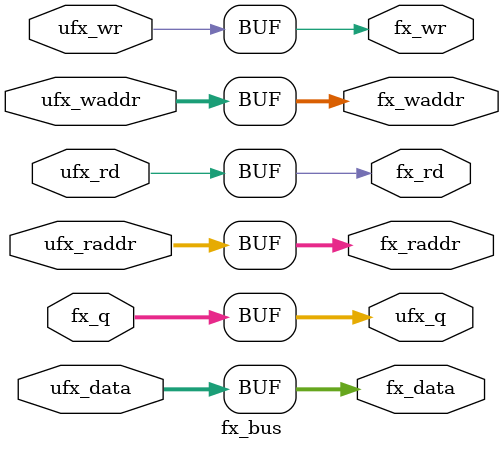
<source format=v>

module fx_bus(
//fx bus for salve
fx_waddr,
fx_wr,
fx_data,
fx_rd,
fx_raddr,
fx_q,
//fx bus for uart maseter
ufx_waddr,
ufx_wr,
ufx_data,
ufx_rd,
ufx_raddr,
ufx_q
);

//fx_bus for salve
output 				fx_wr;
output [7:0]	fx_data;
output [21:0]	fx_waddr;
output [21:0]	fx_raddr;
output 				fx_rd;
input  [7:0]	fx_q;
//fx bus for uart maseter
input 				ufx_wr;
input [7:0]		ufx_data;
input [21:0]	ufx_waddr;
input [21:0]	ufx_raddr;
input 				ufx_rd;
output  [7:0]	ufx_q;
//--------------------------------------
//--------------------------------------

//-------- from master to slave --------
wire 				fx_wr;
wire [7:0]	fx_data;
wire [21:0]	fx_waddr;
wire [21:0]	fx_raddr;
wire 				fx_rd;
assign fx_wr = ufx_wr;
assign fx_data = ufx_data;
assign fx_waddr = ufx_waddr;
assign fx_raddr = ufx_raddr;
assign fx_rd = ufx_rd;



//-------- from salve to master --------
wire  [7:0]	ufx_q;
assign ufx_q = fx_q;


endmodule

</source>
